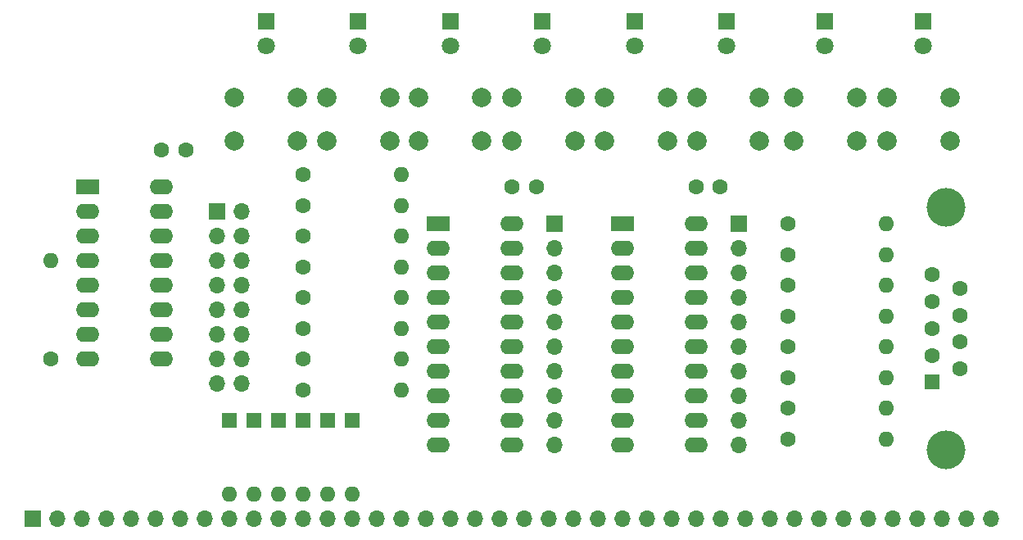
<source format=gbr>
G04 #@! TF.GenerationSoftware,KiCad,Pcbnew,8.0.3*
G04 #@! TF.CreationDate,2024-07-14T21:47:19+02:00*
G04 #@! TF.ProjectId,aZ80_DIO,615a3830-5f44-4494-9f2e-6b696361645f,rev?*
G04 #@! TF.SameCoordinates,Original*
G04 #@! TF.FileFunction,Soldermask,Bot*
G04 #@! TF.FilePolarity,Negative*
%FSLAX46Y46*%
G04 Gerber Fmt 4.6, Leading zero omitted, Abs format (unit mm)*
G04 Created by KiCad (PCBNEW 8.0.3) date 2024-07-14 21:47:19*
%MOMM*%
%LPD*%
G01*
G04 APERTURE LIST*
%ADD10C,4.000000*%
%ADD11R,1.600000X1.600000*%
%ADD12C,1.600000*%
%ADD13O,1.600000X1.600000*%
%ADD14R,2.400000X1.600000*%
%ADD15O,2.400000X1.600000*%
%ADD16R,1.800000X1.800000*%
%ADD17C,1.800000*%
%ADD18C,2.000000*%
%ADD19R,1.700000X1.700000*%
%ADD20O,1.700000X1.700000*%
G04 APERTURE END LIST*
D10*
X183319669Y-102680000D03*
X183319669Y-77680000D03*
D11*
X181899669Y-95720000D03*
D12*
X181899669Y-92950000D03*
X181899669Y-90180000D03*
X181899669Y-87410000D03*
X181899669Y-84640000D03*
X184739669Y-94335000D03*
X184739669Y-91565000D03*
X184739669Y-88795000D03*
X184739669Y-86025000D03*
X116840000Y-80645000D03*
D13*
X127000000Y-80645000D03*
D11*
X116840000Y-99695000D03*
D13*
X116840000Y-107315000D03*
D12*
X167005000Y-85725000D03*
D13*
X177165000Y-85725000D03*
D12*
X102235000Y-71755000D03*
X104735000Y-71755000D03*
D11*
X114300000Y-99695000D03*
D13*
X114300000Y-107315000D03*
D12*
X116840000Y-83820000D03*
D13*
X127000000Y-83820000D03*
D14*
X149860000Y-79375000D03*
D15*
X149860000Y-81915000D03*
X149860000Y-84455000D03*
X149860000Y-86995000D03*
X149860000Y-89535000D03*
X149860000Y-92075000D03*
X149860000Y-94615000D03*
X149860000Y-97155000D03*
X149860000Y-99695000D03*
X149860000Y-102235000D03*
X157480000Y-102235000D03*
X157480000Y-99695000D03*
X157480000Y-97155000D03*
X157480000Y-94615000D03*
X157480000Y-92075000D03*
X157480000Y-89535000D03*
X157480000Y-86995000D03*
X157480000Y-84455000D03*
X157480000Y-81915000D03*
X157480000Y-79375000D03*
D16*
X122555000Y-58420000D03*
D17*
X122555000Y-60960000D03*
D18*
X109780000Y-66275000D03*
X116280000Y-66275000D03*
X109780000Y-70775000D03*
X116280000Y-70775000D03*
D16*
X151130000Y-58420000D03*
D17*
X151130000Y-60960000D03*
D12*
X116840000Y-77470000D03*
D13*
X127000000Y-77470000D03*
D16*
X160655000Y-58420000D03*
D17*
X160655000Y-60960000D03*
D18*
X177240000Y-66330000D03*
X183740000Y-66330000D03*
X177240000Y-70830000D03*
X183740000Y-70830000D03*
D16*
X132080000Y-58420000D03*
D17*
X132080000Y-60960000D03*
D12*
X167005000Y-79375000D03*
D13*
X177165000Y-79375000D03*
D12*
X167005000Y-98425000D03*
D13*
X177165000Y-98425000D03*
D12*
X116840000Y-90170000D03*
D13*
X127000000Y-90170000D03*
D12*
X167005000Y-101600000D03*
D13*
X177165000Y-101600000D03*
D18*
X119305000Y-66330000D03*
X125805000Y-66330000D03*
X119305000Y-70830000D03*
X125805000Y-70830000D03*
D19*
X161925000Y-79375000D03*
D20*
X161925000Y-81915000D03*
X161925000Y-84455000D03*
X161925000Y-86995000D03*
X161925000Y-89535000D03*
X161925000Y-92075000D03*
X161925000Y-94615000D03*
X161925000Y-97155000D03*
X161925000Y-99695000D03*
X161925000Y-102235000D03*
D11*
X109220000Y-99695000D03*
D13*
X109220000Y-107315000D03*
D11*
X111760000Y-99695000D03*
D13*
X111760000Y-107315000D03*
D12*
X167005000Y-82550000D03*
D13*
X177165000Y-82550000D03*
D12*
X138450000Y-75565000D03*
X140950000Y-75565000D03*
D14*
X94600000Y-75580000D03*
D15*
X94600000Y-78120000D03*
X94600000Y-80660000D03*
X94600000Y-83200000D03*
X94600000Y-85740000D03*
X94600000Y-88280000D03*
X94600000Y-90820000D03*
X94600000Y-93360000D03*
X102220000Y-93360000D03*
X102220000Y-90820000D03*
X102220000Y-88280000D03*
X102220000Y-85740000D03*
X102220000Y-83200000D03*
X102220000Y-80660000D03*
X102220000Y-78120000D03*
X102220000Y-75580000D03*
D12*
X116840000Y-86995000D03*
D13*
X127000000Y-86995000D03*
D14*
X130810000Y-79375000D03*
D15*
X130810000Y-81915000D03*
X130810000Y-84455000D03*
X130810000Y-86995000D03*
X130810000Y-89535000D03*
X130810000Y-92075000D03*
X130810000Y-94615000D03*
X130810000Y-97155000D03*
X130810000Y-99695000D03*
X130810000Y-102235000D03*
X138430000Y-102235000D03*
X138430000Y-99695000D03*
X138430000Y-97155000D03*
X138430000Y-94615000D03*
X138430000Y-92075000D03*
X138430000Y-89535000D03*
X138430000Y-86995000D03*
X138430000Y-84455000D03*
X138430000Y-81915000D03*
X138430000Y-79375000D03*
D12*
X167005000Y-88900000D03*
D13*
X177165000Y-88900000D03*
D12*
X116840000Y-96520000D03*
D13*
X127000000Y-96520000D03*
D12*
X90805000Y-93345000D03*
D13*
X90805000Y-83185000D03*
D12*
X157480000Y-75565000D03*
X159980000Y-75565000D03*
D11*
X119380000Y-99695000D03*
D13*
X119380000Y-107315000D03*
D12*
X116840000Y-74295000D03*
D13*
X127000000Y-74295000D03*
D16*
X113030000Y-58420000D03*
D17*
X113030000Y-60960000D03*
D18*
X148030000Y-66330000D03*
X154530000Y-66330000D03*
X148030000Y-70830000D03*
X154530000Y-70830000D03*
D12*
X116840000Y-93345000D03*
D13*
X127000000Y-93345000D03*
D18*
X128830000Y-66330000D03*
X135330000Y-66330000D03*
X128830000Y-70830000D03*
X135330000Y-70830000D03*
D16*
X170815000Y-58420000D03*
D17*
X170815000Y-60960000D03*
D11*
X121920000Y-99695000D03*
D13*
X121920000Y-107315000D03*
D16*
X141605000Y-58420000D03*
D17*
X141605000Y-60960000D03*
D12*
X167005000Y-92075000D03*
D13*
X177165000Y-92075000D03*
D18*
X167565000Y-66275000D03*
X174065000Y-66275000D03*
X167565000Y-70775000D03*
X174065000Y-70775000D03*
D16*
X180975000Y-58420000D03*
D17*
X180975000Y-60960000D03*
D19*
X107950000Y-78105000D03*
D20*
X110490000Y-78105000D03*
X107950000Y-80645000D03*
X110490000Y-80645000D03*
X107950000Y-83185000D03*
X110490000Y-83185000D03*
X107950000Y-85725000D03*
X110490000Y-85725000D03*
X107950000Y-88265000D03*
X110490000Y-88265000D03*
X107950000Y-90805000D03*
X110490000Y-90805000D03*
X107950000Y-93345000D03*
X110490000Y-93345000D03*
X107950000Y-95885000D03*
X110490000Y-95885000D03*
D19*
X142875000Y-79375000D03*
D20*
X142875000Y-81915000D03*
X142875000Y-84455000D03*
X142875000Y-86995000D03*
X142875000Y-89535000D03*
X142875000Y-92075000D03*
X142875000Y-94615000D03*
X142875000Y-97155000D03*
X142875000Y-99695000D03*
X142875000Y-102235000D03*
D18*
X138430000Y-66275000D03*
X144930000Y-66275000D03*
X138430000Y-70775000D03*
X144930000Y-70775000D03*
D12*
X167005000Y-95250000D03*
D13*
X177165000Y-95250000D03*
D18*
X157555000Y-66330000D03*
X164055000Y-66330000D03*
X157555000Y-70830000D03*
X164055000Y-70830000D03*
D19*
X88900000Y-109855000D03*
D20*
X91440000Y-109855000D03*
X93980000Y-109855000D03*
X96520000Y-109855000D03*
X99060000Y-109855000D03*
X101600000Y-109855000D03*
X104140000Y-109855000D03*
X106680000Y-109855000D03*
X109220000Y-109855000D03*
X111760000Y-109855000D03*
X114300000Y-109855000D03*
X116840000Y-109855000D03*
X119380000Y-109855000D03*
X121920000Y-109855000D03*
X124460000Y-109855000D03*
X127000000Y-109855000D03*
X129540000Y-109855000D03*
X132080000Y-109855000D03*
X134620000Y-109855000D03*
X137160000Y-109855000D03*
X139700000Y-109855000D03*
X142240000Y-109855000D03*
X144780000Y-109855000D03*
X147320000Y-109855000D03*
X149860000Y-109855000D03*
X152400000Y-109855000D03*
X154940000Y-109855000D03*
X157480000Y-109855000D03*
X160020000Y-109855000D03*
X162560000Y-109855000D03*
X165100000Y-109855000D03*
X167640000Y-109855000D03*
X170180000Y-109855000D03*
X172720000Y-109855000D03*
X175260000Y-109855000D03*
X177800000Y-109855000D03*
X180340000Y-109855000D03*
X182880000Y-109855000D03*
X185420000Y-109855000D03*
X187960000Y-109855000D03*
M02*

</source>
